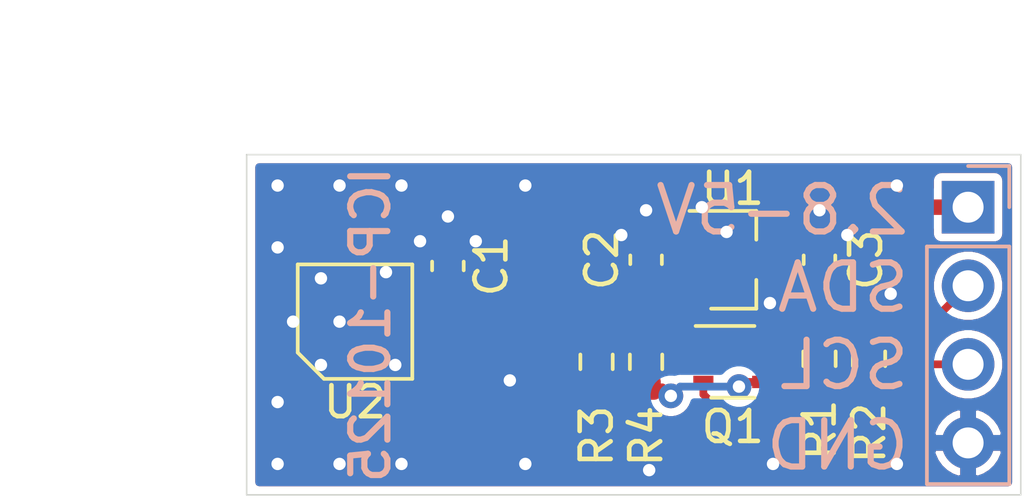
<source format=kicad_pcb>
(kicad_pcb (version 20171130) (host pcbnew "(5.1.10)-1")

  (general
    (thickness 1.6)
    (drawings 11)
    (tracks 105)
    (zones 0)
    (modules 11)
    (nets 8)
  )

  (page A4)
  (title_block
    (title "ICP-10125 breakout board")
    (date 2021-08-18)
    (rev "Rev A")
    (company "Designed by Adrian Studer")
    (comment 1 https://github.com/astuder/icp-101xx)
  )

  (layers
    (0 F.Cu signal)
    (31 B.Cu signal)
    (32 B.Adhes user)
    (33 F.Adhes user)
    (34 B.Paste user)
    (35 F.Paste user)
    (36 B.SilkS user)
    (37 F.SilkS user)
    (38 B.Mask user)
    (39 F.Mask user)
    (40 Dwgs.User user)
    (41 Cmts.User user)
    (42 Eco1.User user)
    (43 Eco2.User user)
    (44 Edge.Cuts user)
    (45 Margin user)
    (46 B.CrtYd user)
    (47 F.CrtYd user)
    (48 B.Fab user)
    (49 F.Fab user)
  )

  (setup
    (last_trace_width 0.25)
    (user_trace_width 0.5)
    (trace_clearance 0.2)
    (zone_clearance 0.254)
    (zone_45_only no)
    (trace_min 0.2)
    (via_size 0.8)
    (via_drill 0.4)
    (via_min_size 0.4)
    (via_min_drill 0.3)
    (uvia_size 0.3)
    (uvia_drill 0.1)
    (uvias_allowed no)
    (uvia_min_size 0.2)
    (uvia_min_drill 0.1)
    (edge_width 0.05)
    (segment_width 0.2)
    (pcb_text_width 0.3)
    (pcb_text_size 1.5 1.5)
    (mod_edge_width 0.12)
    (mod_text_size 1 1)
    (mod_text_width 0.15)
    (pad_size 1.524 1.524)
    (pad_drill 0.762)
    (pad_to_mask_clearance 0)
    (aux_axis_origin 0 0)
    (visible_elements 7FFDFFFF)
    (pcbplotparams
      (layerselection 0x010fc_ffffffff)
      (usegerberextensions false)
      (usegerberattributes true)
      (usegerberadvancedattributes true)
      (creategerberjobfile true)
      (excludeedgelayer true)
      (linewidth 0.100000)
      (plotframeref false)
      (viasonmask false)
      (mode 1)
      (useauxorigin false)
      (hpglpennumber 1)
      (hpglpenspeed 20)
      (hpglpendiameter 15.000000)
      (psnegative false)
      (psa4output false)
      (plotreference true)
      (plotvalue true)
      (plotinvisibletext false)
      (padsonsilk false)
      (subtractmaskfromsilk false)
      (outputformat 1)
      (mirror false)
      (drillshape 1)
      (scaleselection 1)
      (outputdirectory ""))
  )

  (net 0 "")
  (net 1 GND)
  (net 2 /VDD18)
  (net 3 VCC)
  (net 4 /SCL)
  (net 5 /SDA)
  (net 6 /SCL18)
  (net 7 /SDA18)

  (net_class Default "This is the default net class."
    (clearance 0.2)
    (trace_width 0.25)
    (via_dia 0.8)
    (via_drill 0.4)
    (uvia_dia 0.3)
    (uvia_drill 0.1)
    (add_net /SCL)
    (add_net /SCL18)
    (add_net /SDA)
    (add_net /SDA18)
    (add_net /VDD18)
    (add_net GND)
    (add_net VCC)
  )

  (module ICP-10125:ICP-10125 (layer F.Cu) (tedit 6101A92F) (tstamp 610212C0)
    (at 101.5 75.4 90)
    (path /6101CB14)
    (fp_text reference U2 (at -2.6 0 180) (layer F.SilkS)
      (effects (font (size 1 1) (thickness 0.15)))
    )
    (fp_text value ICP-10125 (at 0 -2.7 90) (layer F.Fab)
      (effects (font (size 1 1) (thickness 0.15)))
    )
    (fp_line (start -1 -1.85) (end 1.85 -1.85) (layer F.SilkS) (width 0.12))
    (fp_line (start 1.85 -1.85) (end 1.85 1.85) (layer F.SilkS) (width 0.12))
    (fp_line (start 1.85 1.85) (end -1.85 1.85) (layer F.SilkS) (width 0.12))
    (fp_line (start -1.85 -1) (end -1.85 1.85) (layer F.SilkS) (width 0.12))
    (fp_line (start -1 -1.85) (end -1.85 -1) (layer F.SilkS) (width 0.12))
    (fp_line (start -1 -1.85) (end 1.85 -1.85) (layer F.Fab) (width 0.1))
    (fp_line (start 1.85 -1.85) (end 1.85 1.85) (layer F.Fab) (width 0.1))
    (fp_line (start 1.85 1.85) (end -1.85 1.85) (layer F.Fab) (width 0.1))
    (fp_line (start -1.85 1.85) (end -1.85 -1) (layer F.Fab) (width 0.1))
    (fp_line (start -1 -1.85) (end -1.85 -1) (layer F.Fab) (width 0.1))
    (fp_line (start -2.1 -2.1) (end 2.1 -2.1) (layer F.CrtYd) (width 0.05))
    (fp_line (start 2.1 -2.1) (end 2.1 2.1) (layer F.CrtYd) (width 0.05))
    (fp_line (start 2.1 2.1) (end -2.1 2.1) (layer F.CrtYd) (width 0.05))
    (fp_line (start -2.1 2.1) (end -2.1 -2.1) (layer F.CrtYd) (width 0.05))
    (fp_text user %R (at 0 0 90) (layer F.Fab)
      (effects (font (size 0.8 0.8) (thickness 0.12)))
    )
    (pad 10 smd roundrect (at -0.7 -1.225 180) (size 0.75 0.45) (layers F.Cu F.Paste F.Mask) (roundrect_rratio 0.25)
      (net 1 GND))
    (pad 9 smd roundrect (at 0 -1.225 180) (size 0.75 0.45) (layers F.Cu F.Paste F.Mask) (roundrect_rratio 0.25)
      (net 1 GND))
    (pad 8 smd roundrect (at 0.7 -1.225 180) (size 0.75 0.45) (layers F.Cu F.Paste F.Mask) (roundrect_rratio 0.25)
      (net 1 GND))
    (pad 7 smd roundrect (at 1.225 -0.35 270) (size 0.75 0.45) (layers F.Cu F.Paste F.Mask) (roundrect_rratio 0.25)
      (net 1 GND))
    (pad 6 smd roundrect (at 1.225 0.35 270) (size 0.75 0.45) (layers F.Cu F.Paste F.Mask) (roundrect_rratio 0.25)
      (net 1 GND))
    (pad 5 smd roundrect (at 0.7 1.225 180) (size 0.75 0.45) (layers F.Cu F.Paste F.Mask) (roundrect_rratio 0.25)
      (net 2 /VDD18))
    (pad 4 smd roundrect (at 0 1.225 180) (size 0.75 0.45) (layers F.Cu F.Paste F.Mask) (roundrect_rratio 0.25)
      (net 7 /SDA18))
    (pad 3 smd roundrect (at -0.7 1.225 180) (size 0.75 0.45) (layers F.Cu F.Paste F.Mask) (roundrect_rratio 0.25)
      (net 1 GND))
    (pad 2 smd roundrect (at -1.225 0.35 90) (size 0.75 0.45) (layers F.Cu F.Paste F.Mask) (roundrect_rratio 0.25)
      (net 6 /SCL18))
    (pad 1 smd roundrect (at -1.225 -0.35 90) (size 0.75 0.45) (layers F.Cu F.Paste F.Mask) (roundrect_rratio 0.25)
      (net 1 GND))
  )

  (module Package_TO_SOT_SMD:SOT-23 (layer F.Cu) (tedit 5A02FF57) (tstamp 61020232)
    (at 113.7 73.4)
    (descr "SOT-23, Standard")
    (tags SOT-23)
    (path /610211F6)
    (attr smd)
    (fp_text reference U1 (at 0 -2.3) (layer F.SilkS)
      (effects (font (size 1 1) (thickness 0.15)))
    )
    (fp_text value AP7313R (at 0 2.5) (layer F.Fab)
      (effects (font (size 1 1) (thickness 0.15)))
    )
    (fp_line (start -0.7 -0.95) (end -0.7 1.5) (layer F.Fab) (width 0.1))
    (fp_line (start -0.15 -1.52) (end 0.7 -1.52) (layer F.Fab) (width 0.1))
    (fp_line (start -0.7 -0.95) (end -0.15 -1.52) (layer F.Fab) (width 0.1))
    (fp_line (start 0.7 -1.52) (end 0.7 1.52) (layer F.Fab) (width 0.1))
    (fp_line (start -0.7 1.52) (end 0.7 1.52) (layer F.Fab) (width 0.1))
    (fp_line (start 0.76 1.58) (end 0.76 0.65) (layer F.SilkS) (width 0.12))
    (fp_line (start 0.76 -1.58) (end 0.76 -0.65) (layer F.SilkS) (width 0.12))
    (fp_line (start -1.7 -1.75) (end 1.7 -1.75) (layer F.CrtYd) (width 0.05))
    (fp_line (start 1.7 -1.75) (end 1.7 1.75) (layer F.CrtYd) (width 0.05))
    (fp_line (start 1.7 1.75) (end -1.7 1.75) (layer F.CrtYd) (width 0.05))
    (fp_line (start -1.7 1.75) (end -1.7 -1.75) (layer F.CrtYd) (width 0.05))
    (fp_line (start 0.76 -1.58) (end -1.4 -1.58) (layer F.SilkS) (width 0.12))
    (fp_line (start 0.76 1.58) (end -0.7 1.58) (layer F.SilkS) (width 0.12))
    (fp_text user %R (at 0 0 90) (layer F.Fab)
      (effects (font (size 0.5 0.5) (thickness 0.075)))
    )
    (pad 3 smd rect (at 1 0) (size 0.9 0.8) (layers F.Cu F.Paste F.Mask)
      (net 3 VCC))
    (pad 2 smd rect (at -1 0.95) (size 0.9 0.8) (layers F.Cu F.Paste F.Mask)
      (net 2 /VDD18))
    (pad 1 smd rect (at -1 -0.95) (size 0.9 0.8) (layers F.Cu F.Paste F.Mask)
      (net 1 GND))
    (model ${KISYS3DMOD}/Package_TO_SOT_SMD.3dshapes/SOT-23.wrl
      (at (xyz 0 0 0))
      (scale (xyz 1 1 1))
      (rotate (xyz 0 0 0))
    )
  )

  (module Resistor_SMD:R_0603_1608Metric (layer F.Cu) (tedit 5F68FEEE) (tstamp 61020A64)
    (at 110.9 76.7 270)
    (descr "Resistor SMD 0603 (1608 Metric), square (rectangular) end terminal, IPC_7351 nominal, (Body size source: IPC-SM-782 page 72, https://www.pcb-3d.com/wordpress/wp-content/uploads/ipc-sm-782a_amendment_1_and_2.pdf), generated with kicad-footprint-generator")
    (tags resistor)
    (path /61024F43)
    (attr smd)
    (fp_text reference R4 (at 2.4 0 90) (layer F.SilkS)
      (effects (font (size 1 1) (thickness 0.15)))
    )
    (fp_text value 10K (at 0 1.43 90) (layer F.Fab)
      (effects (font (size 1 1) (thickness 0.15)))
    )
    (fp_line (start -0.8 0.4125) (end -0.8 -0.4125) (layer F.Fab) (width 0.1))
    (fp_line (start -0.8 -0.4125) (end 0.8 -0.4125) (layer F.Fab) (width 0.1))
    (fp_line (start 0.8 -0.4125) (end 0.8 0.4125) (layer F.Fab) (width 0.1))
    (fp_line (start 0.8 0.4125) (end -0.8 0.4125) (layer F.Fab) (width 0.1))
    (fp_line (start -0.237258 -0.5225) (end 0.237258 -0.5225) (layer F.SilkS) (width 0.12))
    (fp_line (start -0.237258 0.5225) (end 0.237258 0.5225) (layer F.SilkS) (width 0.12))
    (fp_line (start -1.48 0.73) (end -1.48 -0.73) (layer F.CrtYd) (width 0.05))
    (fp_line (start -1.48 -0.73) (end 1.48 -0.73) (layer F.CrtYd) (width 0.05))
    (fp_line (start 1.48 -0.73) (end 1.48 0.73) (layer F.CrtYd) (width 0.05))
    (fp_line (start 1.48 0.73) (end -1.48 0.73) (layer F.CrtYd) (width 0.05))
    (fp_text user %R (at 0 0 90) (layer F.Fab)
      (effects (font (size 0.4 0.4) (thickness 0.06)))
    )
    (pad 2 smd roundrect (at 0.825 0 270) (size 0.8 0.95) (layers F.Cu F.Paste F.Mask) (roundrect_rratio 0.25)
      (net 6 /SCL18))
    (pad 1 smd roundrect (at -0.825 0 270) (size 0.8 0.95) (layers F.Cu F.Paste F.Mask) (roundrect_rratio 0.25)
      (net 2 /VDD18))
    (model ${KISYS3DMOD}/Resistor_SMD.3dshapes/R_0603_1608Metric.wrl
      (at (xyz 0 0 0))
      (scale (xyz 1 1 1))
      (rotate (xyz 0 0 0))
    )
  )

  (module Resistor_SMD:R_0603_1608Metric (layer F.Cu) (tedit 5F68FEEE) (tstamp 6102020C)
    (at 109.3 76.7 270)
    (descr "Resistor SMD 0603 (1608 Metric), square (rectangular) end terminal, IPC_7351 nominal, (Body size source: IPC-SM-782 page 72, https://www.pcb-3d.com/wordpress/wp-content/uploads/ipc-sm-782a_amendment_1_and_2.pdf), generated with kicad-footprint-generator")
    (tags resistor)
    (path /61024820)
    (attr smd)
    (fp_text reference R3 (at 2.4 0 90) (layer F.SilkS)
      (effects (font (size 1 1) (thickness 0.15)))
    )
    (fp_text value 10K (at 0 1.43 90) (layer F.Fab)
      (effects (font (size 1 1) (thickness 0.15)))
    )
    (fp_line (start -0.8 0.4125) (end -0.8 -0.4125) (layer F.Fab) (width 0.1))
    (fp_line (start -0.8 -0.4125) (end 0.8 -0.4125) (layer F.Fab) (width 0.1))
    (fp_line (start 0.8 -0.4125) (end 0.8 0.4125) (layer F.Fab) (width 0.1))
    (fp_line (start 0.8 0.4125) (end -0.8 0.4125) (layer F.Fab) (width 0.1))
    (fp_line (start -0.237258 -0.5225) (end 0.237258 -0.5225) (layer F.SilkS) (width 0.12))
    (fp_line (start -0.237258 0.5225) (end 0.237258 0.5225) (layer F.SilkS) (width 0.12))
    (fp_line (start -1.48 0.73) (end -1.48 -0.73) (layer F.CrtYd) (width 0.05))
    (fp_line (start -1.48 -0.73) (end 1.48 -0.73) (layer F.CrtYd) (width 0.05))
    (fp_line (start 1.48 -0.73) (end 1.48 0.73) (layer F.CrtYd) (width 0.05))
    (fp_line (start 1.48 0.73) (end -1.48 0.73) (layer F.CrtYd) (width 0.05))
    (fp_text user %R (at 0 0 90) (layer F.Fab)
      (effects (font (size 0.4 0.4) (thickness 0.06)))
    )
    (pad 2 smd roundrect (at 0.825 0 270) (size 0.8 0.95) (layers F.Cu F.Paste F.Mask) (roundrect_rratio 0.25)
      (net 7 /SDA18))
    (pad 1 smd roundrect (at -0.825 0 270) (size 0.8 0.95) (layers F.Cu F.Paste F.Mask) (roundrect_rratio 0.25)
      (net 2 /VDD18))
    (model ${KISYS3DMOD}/Resistor_SMD.3dshapes/R_0603_1608Metric.wrl
      (at (xyz 0 0 0))
      (scale (xyz 1 1 1))
      (rotate (xyz 0 0 0))
    )
  )

  (module Resistor_SMD:R_0603_1608Metric (layer F.Cu) (tedit 5F68FEEE) (tstamp 610201FB)
    (at 118.1 76.6 270)
    (descr "Resistor SMD 0603 (1608 Metric), square (rectangular) end terminal, IPC_7351 nominal, (Body size source: IPC-SM-782 page 72, https://www.pcb-3d.com/wordpress/wp-content/uploads/ipc-sm-782a_amendment_1_and_2.pdf), generated with kicad-footprint-generator")
    (tags resistor)
    (path /610245BD)
    (attr smd)
    (fp_text reference R2 (at 2.4 0 90) (layer F.SilkS)
      (effects (font (size 1 1) (thickness 0.15)))
    )
    (fp_text value 10K (at 0 1.43 90) (layer F.Fab)
      (effects (font (size 1 1) (thickness 0.15)))
    )
    (fp_line (start -0.8 0.4125) (end -0.8 -0.4125) (layer F.Fab) (width 0.1))
    (fp_line (start -0.8 -0.4125) (end 0.8 -0.4125) (layer F.Fab) (width 0.1))
    (fp_line (start 0.8 -0.4125) (end 0.8 0.4125) (layer F.Fab) (width 0.1))
    (fp_line (start 0.8 0.4125) (end -0.8 0.4125) (layer F.Fab) (width 0.1))
    (fp_line (start -0.237258 -0.5225) (end 0.237258 -0.5225) (layer F.SilkS) (width 0.12))
    (fp_line (start -0.237258 0.5225) (end 0.237258 0.5225) (layer F.SilkS) (width 0.12))
    (fp_line (start -1.48 0.73) (end -1.48 -0.73) (layer F.CrtYd) (width 0.05))
    (fp_line (start -1.48 -0.73) (end 1.48 -0.73) (layer F.CrtYd) (width 0.05))
    (fp_line (start 1.48 -0.73) (end 1.48 0.73) (layer F.CrtYd) (width 0.05))
    (fp_line (start 1.48 0.73) (end -1.48 0.73) (layer F.CrtYd) (width 0.05))
    (fp_text user %R (at 0 0 90) (layer F.Fab)
      (effects (font (size 0.4 0.4) (thickness 0.06)))
    )
    (pad 2 smd roundrect (at 0.825 0 270) (size 0.8 0.95) (layers F.Cu F.Paste F.Mask) (roundrect_rratio 0.25)
      (net 4 /SCL))
    (pad 1 smd roundrect (at -0.825 0 270) (size 0.8 0.95) (layers F.Cu F.Paste F.Mask) (roundrect_rratio 0.25)
      (net 3 VCC))
    (model ${KISYS3DMOD}/Resistor_SMD.3dshapes/R_0603_1608Metric.wrl
      (at (xyz 0 0 0))
      (scale (xyz 1 1 1))
      (rotate (xyz 0 0 0))
    )
  )

  (module Resistor_SMD:R_0603_1608Metric (layer F.Cu) (tedit 5F68FEEE) (tstamp 610201EA)
    (at 116.5 76.6 270)
    (descr "Resistor SMD 0603 (1608 Metric), square (rectangular) end terminal, IPC_7351 nominal, (Body size source: IPC-SM-782 page 72, https://www.pcb-3d.com/wordpress/wp-content/uploads/ipc-sm-782a_amendment_1_and_2.pdf), generated with kicad-footprint-generator")
    (tags resistor)
    (path /610241A3)
    (attr smd)
    (fp_text reference R1 (at 2.3 0 90) (layer F.SilkS)
      (effects (font (size 1 1) (thickness 0.15)))
    )
    (fp_text value 10K (at 0 1.43 90) (layer F.Fab)
      (effects (font (size 1 1) (thickness 0.15)))
    )
    (fp_line (start -0.8 0.4125) (end -0.8 -0.4125) (layer F.Fab) (width 0.1))
    (fp_line (start -0.8 -0.4125) (end 0.8 -0.4125) (layer F.Fab) (width 0.1))
    (fp_line (start 0.8 -0.4125) (end 0.8 0.4125) (layer F.Fab) (width 0.1))
    (fp_line (start 0.8 0.4125) (end -0.8 0.4125) (layer F.Fab) (width 0.1))
    (fp_line (start -0.237258 -0.5225) (end 0.237258 -0.5225) (layer F.SilkS) (width 0.12))
    (fp_line (start -0.237258 0.5225) (end 0.237258 0.5225) (layer F.SilkS) (width 0.12))
    (fp_line (start -1.48 0.73) (end -1.48 -0.73) (layer F.CrtYd) (width 0.05))
    (fp_line (start -1.48 -0.73) (end 1.48 -0.73) (layer F.CrtYd) (width 0.05))
    (fp_line (start 1.48 -0.73) (end 1.48 0.73) (layer F.CrtYd) (width 0.05))
    (fp_line (start 1.48 0.73) (end -1.48 0.73) (layer F.CrtYd) (width 0.05))
    (fp_text user %R (at 0 0 90) (layer F.Fab)
      (effects (font (size 0.4 0.4) (thickness 0.06)))
    )
    (pad 2 smd roundrect (at 0.825 0 270) (size 0.8 0.95) (layers F.Cu F.Paste F.Mask) (roundrect_rratio 0.25)
      (net 5 /SDA))
    (pad 1 smd roundrect (at -0.825 0 270) (size 0.8 0.95) (layers F.Cu F.Paste F.Mask) (roundrect_rratio 0.25)
      (net 3 VCC))
    (model ${KISYS3DMOD}/Resistor_SMD.3dshapes/R_0603_1608Metric.wrl
      (at (xyz 0 0 0))
      (scale (xyz 1 1 1))
      (rotate (xyz 0 0 0))
    )
  )

  (module Package_TO_SOT_SMD:SOT-363_SC-70-6 (layer F.Cu) (tedit 5A02FF57) (tstamp 610201D9)
    (at 113.7 76.7)
    (descr "SOT-363, SC-70-6")
    (tags "SOT-363 SC-70-6")
    (path /61021BAE)
    (attr smd)
    (fp_text reference Q1 (at 0 2.1) (layer F.SilkS)
      (effects (font (size 1 1) (thickness 0.15)))
    )
    (fp_text value UM6K34NTCN (at 0 2 180) (layer F.Fab)
      (effects (font (size 1 1) (thickness 0.15)))
    )
    (fp_line (start 0.7 -1.16) (end -1.2 -1.16) (layer F.SilkS) (width 0.12))
    (fp_line (start -0.7 1.16) (end 0.7 1.16) (layer F.SilkS) (width 0.12))
    (fp_line (start 1.6 1.4) (end 1.6 -1.4) (layer F.CrtYd) (width 0.05))
    (fp_line (start -1.6 -1.4) (end -1.6 1.4) (layer F.CrtYd) (width 0.05))
    (fp_line (start -1.6 -1.4) (end 1.6 -1.4) (layer F.CrtYd) (width 0.05))
    (fp_line (start 0.675 -1.1) (end -0.175 -1.1) (layer F.Fab) (width 0.1))
    (fp_line (start -0.675 -0.6) (end -0.675 1.1) (layer F.Fab) (width 0.1))
    (fp_line (start -1.6 1.4) (end 1.6 1.4) (layer F.CrtYd) (width 0.05))
    (fp_line (start 0.675 -1.1) (end 0.675 1.1) (layer F.Fab) (width 0.1))
    (fp_line (start 0.675 1.1) (end -0.675 1.1) (layer F.Fab) (width 0.1))
    (fp_line (start -0.175 -1.1) (end -0.675 -0.6) (layer F.Fab) (width 0.1))
    (fp_text user %R (at 0 0 90) (layer F.Fab)
      (effects (font (size 0.5 0.5) (thickness 0.075)))
    )
    (pad 6 smd rect (at 0.95 -0.65) (size 0.65 0.4) (layers F.Cu F.Paste F.Mask)
      (net 5 /SDA))
    (pad 4 smd rect (at 0.95 0.65) (size 0.65 0.4) (layers F.Cu F.Paste F.Mask)
      (net 6 /SCL18))
    (pad 2 smd rect (at -0.95 0) (size 0.65 0.4) (layers F.Cu F.Paste F.Mask)
      (net 2 /VDD18))
    (pad 5 smd rect (at 0.95 0) (size 0.65 0.4) (layers F.Cu F.Paste F.Mask)
      (net 2 /VDD18))
    (pad 3 smd rect (at -0.95 0.65) (size 0.65 0.4) (layers F.Cu F.Paste F.Mask)
      (net 4 /SCL))
    (pad 1 smd rect (at -0.95 -0.65) (size 0.65 0.4) (layers F.Cu F.Paste F.Mask)
      (net 7 /SDA18))
    (model ${KISYS3DMOD}/Package_TO_SOT_SMD.3dshapes/SOT-363_SC-70-6.wrl
      (at (xyz 0 0 0))
      (scale (xyz 1 1 1))
      (rotate (xyz 0 0 0))
    )
  )

  (module Connector_PinHeader_2.54mm:PinHeader_1x04_P2.54mm_Vertical (layer B.Cu) (tedit 59FED5CC) (tstamp 610201C3)
    (at 121.3 71.7 180)
    (descr "Through hole straight pin header, 1x04, 2.54mm pitch, single row")
    (tags "Through hole pin header THT 1x04 2.54mm single row")
    (path /61044E00)
    (fp_text reference J1 (at 0 2.33) (layer B.SilkS) hide
      (effects (font (size 1 1) (thickness 0.15)) (justify mirror))
    )
    (fp_text value Conn_01x04 (at 0 -9.95) (layer B.Fab)
      (effects (font (size 1 1) (thickness 0.15)) (justify mirror))
    )
    (fp_line (start -0.635 1.27) (end 1.27 1.27) (layer B.Fab) (width 0.1))
    (fp_line (start 1.27 1.27) (end 1.27 -8.89) (layer B.Fab) (width 0.1))
    (fp_line (start 1.27 -8.89) (end -1.27 -8.89) (layer B.Fab) (width 0.1))
    (fp_line (start -1.27 -8.89) (end -1.27 0.635) (layer B.Fab) (width 0.1))
    (fp_line (start -1.27 0.635) (end -0.635 1.27) (layer B.Fab) (width 0.1))
    (fp_line (start -1.33 -8.95) (end 1.33 -8.95) (layer B.SilkS) (width 0.12))
    (fp_line (start -1.33 -1.27) (end -1.33 -8.95) (layer B.SilkS) (width 0.12))
    (fp_line (start 1.33 -1.27) (end 1.33 -8.95) (layer B.SilkS) (width 0.12))
    (fp_line (start -1.33 -1.27) (end 1.33 -1.27) (layer B.SilkS) (width 0.12))
    (fp_line (start -1.33 0) (end -1.33 1.33) (layer B.SilkS) (width 0.12))
    (fp_line (start -1.33 1.33) (end 0 1.33) (layer B.SilkS) (width 0.12))
    (fp_line (start -1.8 1.8) (end -1.8 -9.4) (layer B.CrtYd) (width 0.05))
    (fp_line (start -1.8 -9.4) (end 1.8 -9.4) (layer B.CrtYd) (width 0.05))
    (fp_line (start 1.8 -9.4) (end 1.8 1.8) (layer B.CrtYd) (width 0.05))
    (fp_line (start 1.8 1.8) (end -1.8 1.8) (layer B.CrtYd) (width 0.05))
    (fp_text user %R (at 0 -3.81 270) (layer B.Fab)
      (effects (font (size 1 1) (thickness 0.15)) (justify mirror))
    )
    (pad 4 thru_hole oval (at 0 -7.62 180) (size 1.7 1.7) (drill 1) (layers *.Cu *.Mask)
      (net 1 GND))
    (pad 3 thru_hole oval (at 0 -5.08 180) (size 1.7 1.7) (drill 1) (layers *.Cu *.Mask)
      (net 4 /SCL))
    (pad 2 thru_hole oval (at 0 -2.54 180) (size 1.7 1.7) (drill 1) (layers *.Cu *.Mask)
      (net 5 /SDA))
    (pad 1 thru_hole rect (at 0 0 180) (size 1.7 1.7) (drill 1) (layers *.Cu *.Mask)
      (net 3 VCC))
    (model ${KISYS3DMOD}/Connector_PinHeader_2.54mm.3dshapes/PinHeader_1x04_P2.54mm_Vertical.wrl
      (at (xyz 0 0 0))
      (scale (xyz 1 1 1))
      (rotate (xyz 0 0 0))
    )
  )

  (module Capacitor_SMD:C_0603_1608Metric (layer F.Cu) (tedit 5F68FEEE) (tstamp 610201AB)
    (at 116.5 73.4 90)
    (descr "Capacitor SMD 0603 (1608 Metric), square (rectangular) end terminal, IPC_7351 nominal, (Body size source: IPC-SM-782 page 76, https://www.pcb-3d.com/wordpress/wp-content/uploads/ipc-sm-782a_amendment_1_and_2.pdf), generated with kicad-footprint-generator")
    (tags capacitor)
    (path /61023DA3)
    (attr smd)
    (fp_text reference C3 (at 0 1.5 90) (layer F.SilkS)
      (effects (font (size 1 1) (thickness 0.15)))
    )
    (fp_text value 1uF (at 0 1.43 90) (layer F.Fab)
      (effects (font (size 1 1) (thickness 0.15)))
    )
    (fp_line (start -0.8 0.4) (end -0.8 -0.4) (layer F.Fab) (width 0.1))
    (fp_line (start -0.8 -0.4) (end 0.8 -0.4) (layer F.Fab) (width 0.1))
    (fp_line (start 0.8 -0.4) (end 0.8 0.4) (layer F.Fab) (width 0.1))
    (fp_line (start 0.8 0.4) (end -0.8 0.4) (layer F.Fab) (width 0.1))
    (fp_line (start -0.14058 -0.51) (end 0.14058 -0.51) (layer F.SilkS) (width 0.12))
    (fp_line (start -0.14058 0.51) (end 0.14058 0.51) (layer F.SilkS) (width 0.12))
    (fp_line (start -1.48 0.73) (end -1.48 -0.73) (layer F.CrtYd) (width 0.05))
    (fp_line (start -1.48 -0.73) (end 1.48 -0.73) (layer F.CrtYd) (width 0.05))
    (fp_line (start 1.48 -0.73) (end 1.48 0.73) (layer F.CrtYd) (width 0.05))
    (fp_line (start 1.48 0.73) (end -1.48 0.73) (layer F.CrtYd) (width 0.05))
    (fp_text user %R (at 0 0 90) (layer F.Fab)
      (effects (font (size 0.4 0.4) (thickness 0.06)))
    )
    (pad 2 smd roundrect (at 0.775 0 90) (size 0.9 0.95) (layers F.Cu F.Paste F.Mask) (roundrect_rratio 0.25)
      (net 1 GND))
    (pad 1 smd roundrect (at -0.775 0 90) (size 0.9 0.95) (layers F.Cu F.Paste F.Mask) (roundrect_rratio 0.25)
      (net 3 VCC))
    (model ${KISYS3DMOD}/Capacitor_SMD.3dshapes/C_0603_1608Metric.wrl
      (at (xyz 0 0 0))
      (scale (xyz 1 1 1))
      (rotate (xyz 0 0 0))
    )
  )

  (module Capacitor_SMD:C_0603_1608Metric (layer F.Cu) (tedit 5F68FEEE) (tstamp 6102019A)
    (at 110.9 73.4 90)
    (descr "Capacitor SMD 0603 (1608 Metric), square (rectangular) end terminal, IPC_7351 nominal, (Body size source: IPC-SM-782 page 76, https://www.pcb-3d.com/wordpress/wp-content/uploads/ipc-sm-782a_amendment_1_and_2.pdf), generated with kicad-footprint-generator")
    (tags capacitor)
    (path /61023B83)
    (attr smd)
    (fp_text reference C2 (at 0 -1.43 90) (layer F.SilkS)
      (effects (font (size 1 1) (thickness 0.15)))
    )
    (fp_text value 1uF (at 0 1.43 90) (layer F.Fab)
      (effects (font (size 1 1) (thickness 0.15)))
    )
    (fp_line (start -0.8 0.4) (end -0.8 -0.4) (layer F.Fab) (width 0.1))
    (fp_line (start -0.8 -0.4) (end 0.8 -0.4) (layer F.Fab) (width 0.1))
    (fp_line (start 0.8 -0.4) (end 0.8 0.4) (layer F.Fab) (width 0.1))
    (fp_line (start 0.8 0.4) (end -0.8 0.4) (layer F.Fab) (width 0.1))
    (fp_line (start -0.14058 -0.51) (end 0.14058 -0.51) (layer F.SilkS) (width 0.12))
    (fp_line (start -0.14058 0.51) (end 0.14058 0.51) (layer F.SilkS) (width 0.12))
    (fp_line (start -1.48 0.73) (end -1.48 -0.73) (layer F.CrtYd) (width 0.05))
    (fp_line (start -1.48 -0.73) (end 1.48 -0.73) (layer F.CrtYd) (width 0.05))
    (fp_line (start 1.48 -0.73) (end 1.48 0.73) (layer F.CrtYd) (width 0.05))
    (fp_line (start 1.48 0.73) (end -1.48 0.73) (layer F.CrtYd) (width 0.05))
    (fp_text user %R (at 0 0 90) (layer F.Fab)
      (effects (font (size 0.4 0.4) (thickness 0.06)))
    )
    (pad 2 smd roundrect (at 0.775 0 90) (size 0.9 0.95) (layers F.Cu F.Paste F.Mask) (roundrect_rratio 0.25)
      (net 1 GND))
    (pad 1 smd roundrect (at -0.775 0 90) (size 0.9 0.95) (layers F.Cu F.Paste F.Mask) (roundrect_rratio 0.25)
      (net 2 /VDD18))
    (model ${KISYS3DMOD}/Capacitor_SMD.3dshapes/C_0603_1608Metric.wrl
      (at (xyz 0 0 0))
      (scale (xyz 1 1 1))
      (rotate (xyz 0 0 0))
    )
  )

  (module Capacitor_SMD:C_0603_1608Metric (layer F.Cu) (tedit 5F68FEEE) (tstamp 61020189)
    (at 104.5 73.6 90)
    (descr "Capacitor SMD 0603 (1608 Metric), square (rectangular) end terminal, IPC_7351 nominal, (Body size source: IPC-SM-782 page 76, https://www.pcb-3d.com/wordpress/wp-content/uploads/ipc-sm-782a_amendment_1_and_2.pdf), generated with kicad-footprint-generator")
    (tags capacitor)
    (path /610231B2)
    (attr smd)
    (fp_text reference C1 (at 0 1.4 90) (layer F.SilkS)
      (effects (font (size 1 1) (thickness 0.15)))
    )
    (fp_text value 100nF (at 0 1.43 90) (layer F.Fab)
      (effects (font (size 1 1) (thickness 0.15)))
    )
    (fp_line (start -0.8 0.4) (end -0.8 -0.4) (layer F.Fab) (width 0.1))
    (fp_line (start -0.8 -0.4) (end 0.8 -0.4) (layer F.Fab) (width 0.1))
    (fp_line (start 0.8 -0.4) (end 0.8 0.4) (layer F.Fab) (width 0.1))
    (fp_line (start 0.8 0.4) (end -0.8 0.4) (layer F.Fab) (width 0.1))
    (fp_line (start -0.14058 -0.51) (end 0.14058 -0.51) (layer F.SilkS) (width 0.12))
    (fp_line (start -0.14058 0.51) (end 0.14058 0.51) (layer F.SilkS) (width 0.12))
    (fp_line (start -1.48 0.73) (end -1.48 -0.73) (layer F.CrtYd) (width 0.05))
    (fp_line (start -1.48 -0.73) (end 1.48 -0.73) (layer F.CrtYd) (width 0.05))
    (fp_line (start 1.48 -0.73) (end 1.48 0.73) (layer F.CrtYd) (width 0.05))
    (fp_line (start 1.48 0.73) (end -1.48 0.73) (layer F.CrtYd) (width 0.05))
    (fp_text user %R (at 0 0 90) (layer F.Fab)
      (effects (font (size 0.4 0.4) (thickness 0.06)))
    )
    (pad 2 smd roundrect (at 0.775 0 90) (size 0.9 0.95) (layers F.Cu F.Paste F.Mask) (roundrect_rratio 0.25)
      (net 1 GND))
    (pad 1 smd roundrect (at -0.775 0 90) (size 0.9 0.95) (layers F.Cu F.Paste F.Mask) (roundrect_rratio 0.25)
      (net 2 /VDD18))
    (model ${KISYS3DMOD}/Capacitor_SMD.3dshapes/C_0603_1608Metric.wrl
      (at (xyz 0 0 0))
      (scale (xyz 1 1 1))
      (rotate (xyz 0 0 0))
    )
  )

  (dimension 25 (width 0.15) (layer Dwgs.User)
    (gr_text "25.000 mm" (at 110.5 65.7) (layer Dwgs.User)
      (effects (font (size 1 1) (thickness 0.15)))
    )
    (feature1 (pts (xy 98 69) (xy 98 66.413579)))
    (feature2 (pts (xy 123 69) (xy 123 66.413579)))
    (crossbar (pts (xy 123 67) (xy 98 67)))
    (arrow1a (pts (xy 98 67) (xy 99.126504 66.413579)))
    (arrow1b (pts (xy 98 67) (xy 99.126504 67.586421)))
    (arrow2a (pts (xy 123 67) (xy 121.873496 66.413579)))
    (arrow2b (pts (xy 123 67) (xy 121.873496 67.586421)))
  )
  (dimension 11 (width 0.15) (layer Dwgs.User)
    (gr_text "11.0 mm" (at 93.7 75.5 90) (layer Dwgs.User)
      (effects (font (size 1 1) (thickness 0.15)))
    )
    (feature1 (pts (xy 97 70) (xy 94.413579 70)))
    (feature2 (pts (xy 97 81) (xy 94.413579 81)))
    (crossbar (pts (xy 95 81) (xy 95 70)))
    (arrow1a (pts (xy 95 70) (xy 95.586421 71.126504)))
    (arrow1b (pts (xy 95 70) (xy 94.413579 71.126504)))
    (arrow2a (pts (xy 95 81) (xy 95.586421 79.873496)))
    (arrow2b (pts (xy 95 81) (xy 94.413579 79.873496)))
  )
  (gr_text ICP-10125 (at 102 75.5 90) (layer B.SilkS) (tstamp 61021525)
    (effects (font (size 1.2 1.2) (thickness 0.2)) (justify mirror))
  )
  (gr_text GND (at 119.5 79.4) (layer B.SilkS) (tstamp 61021522)
    (effects (font (size 1.5 1.5) (thickness 0.2)) (justify left mirror))
  )
  (gr_text SCL (at 119.5 76.8) (layer B.SilkS) (tstamp 6102151F)
    (effects (font (size 1.5 1.5) (thickness 0.2)) (justify left mirror))
  )
  (gr_text SDA (at 119.5 74.3) (layer B.SilkS) (tstamp 6102151C)
    (effects (font (size 1.5 1.5) (thickness 0.2)) (justify left mirror))
  )
  (gr_text 2.8-5V (at 119.5 71.8) (layer B.SilkS)
    (effects (font (size 1.5 1.5) (thickness 0.2)) (justify left mirror))
  )
  (gr_line (start 123 81) (end 123 70) (layer Edge.Cuts) (width 0.05) (tstamp 61020F75))
  (gr_line (start 98 81) (end 123 81) (layer Edge.Cuts) (width 0.05))
  (gr_line (start 98 70) (end 98 81) (layer Edge.Cuts) (width 0.05))
  (gr_line (start 123 70) (end 98 70) (layer Edge.Cuts) (width 0.05))

  (via (at 116.5 71.8) (size 0.8) (drill 0.4) (layers F.Cu B.Cu) (net 1))
  (segment (start 116.5 72.625) (end 116.5 71.8) (width 0.5) (layer F.Cu) (net 1))
  (via (at 117.4 72.6) (size 0.8) (drill 0.4) (layers F.Cu B.Cu) (net 1))
  (segment (start 117.375 72.625) (end 117.4 72.6) (width 0.5) (layer F.Cu) (net 1))
  (segment (start 116.5 72.625) (end 117.375 72.625) (width 0.5) (layer F.Cu) (net 1))
  (via (at 112.7 71.7) (size 0.8) (drill 0.4) (layers F.Cu B.Cu) (net 1))
  (segment (start 112.7 72.45) (end 112.7 71.7) (width 0.5) (layer F.Cu) (net 1))
  (via (at 113.5 72.5) (size 0.8) (drill 0.4) (layers F.Cu B.Cu) (net 1))
  (segment (start 113.45 72.45) (end 113.5 72.5) (width 0.5) (layer F.Cu) (net 1))
  (segment (start 112.7 72.45) (end 113.45 72.45) (width 0.5) (layer F.Cu) (net 1))
  (via (at 110.9 71.8) (size 0.8) (drill 0.4) (layers F.Cu B.Cu) (net 1))
  (segment (start 110.9 72.625) (end 110.9 71.8) (width 0.5) (layer F.Cu) (net 1))
  (via (at 110.1 72.6) (size 0.8) (drill 0.4) (layers F.Cu B.Cu) (net 1))
  (segment (start 110.125 72.625) (end 110.1 72.6) (width 0.5) (layer F.Cu) (net 1))
  (segment (start 110.9 72.625) (end 110.125 72.625) (width 0.5) (layer F.Cu) (net 1))
  (via (at 104.5 72) (size 0.8) (drill 0.4) (layers F.Cu B.Cu) (net 1))
  (segment (start 104.5 72.825) (end 104.5 72) (width 0.5) (layer F.Cu) (net 1))
  (via (at 105.4 72.8) (size 0.8) (drill 0.4) (layers F.Cu B.Cu) (net 1))
  (segment (start 105.375 72.825) (end 105.4 72.8) (width 0.5) (layer F.Cu) (net 1))
  (segment (start 104.5 72.825) (end 105.375 72.825) (width 0.5) (layer F.Cu) (net 1))
  (via (at 103.6 72.8) (size 0.8) (drill 0.4) (layers F.Cu B.Cu) (net 1))
  (segment (start 103.625 72.825) (end 103.6 72.8) (width 0.5) (layer F.Cu) (net 1))
  (segment (start 104.5 72.825) (end 103.625 72.825) (width 0.5) (layer F.Cu) (net 1))
  (via (at 101 75.4) (size 0.8) (drill 0.4) (layers F.Cu B.Cu) (net 1))
  (segment (start 100.275 75.4) (end 101 75.4) (width 0.5) (layer F.Cu) (net 1))
  (via (at 99.5 75.4) (size 0.8) (drill 0.4) (layers F.Cu B.Cu) (net 1))
  (segment (start 100.275 75.4) (end 99.5 75.4) (width 0.5) (layer F.Cu) (net 1))
  (via (at 100.4 76.8) (size 0.8) (drill 0.4) (layers F.Cu B.Cu) (net 1))
  (via (at 102.8 76.8) (size 0.8) (drill 0.4) (layers F.Cu B.Cu) (net 1))
  (via (at 102.5 73.8) (size 0.8) (drill 0.4) (layers F.Cu B.Cu) (net 1))
  (via (at 100.4 74) (size 0.8) (drill 0.4) (layers F.Cu B.Cu) (net 1))
  (via (at 114.9 74.8) (size 0.8) (drill 0.4) (layers F.Cu B.Cu) (net 1))
  (via (at 118.8 74.5) (size 0.8) (drill 0.4) (layers F.Cu B.Cu) (net 1))
  (via (at 106.5 77.3) (size 0.8) (drill 0.4) (layers F.Cu B.Cu) (net 1))
  (via (at 99 71) (size 0.8) (drill 0.4) (layers F.Cu B.Cu) (net 1))
  (via (at 99 80) (size 0.8) (drill 0.4) (layers F.Cu B.Cu) (net 1))
  (via (at 99 73) (size 0.8) (drill 0.4) (layers F.Cu B.Cu) (net 1))
  (via (at 99 78) (size 0.8) (drill 0.4) (layers F.Cu B.Cu) (net 1))
  (via (at 101 71) (size 0.8) (drill 0.4) (layers F.Cu B.Cu) (net 1))
  (via (at 103 71) (size 0.8) (drill 0.4) (layers F.Cu B.Cu) (net 1))
  (via (at 101 80) (size 0.8) (drill 0.4) (layers F.Cu B.Cu) (net 1))
  (via (at 103 80) (size 0.8) (drill 0.4) (layers F.Cu B.Cu) (net 1))
  (via (at 107 80) (size 0.8) (drill 0.4) (layers F.Cu B.Cu) (net 1))
  (via (at 107 71) (size 0.8) (drill 0.4) (layers F.Cu B.Cu) (net 1))
  (via (at 111 80.2) (size 0.8) (drill 0.4) (layers F.Cu B.Cu) (net 1))
  (via (at 115 80) (size 0.8) (drill 0.4) (layers F.Cu B.Cu) (net 1))
  (via (at 119 80) (size 0.8) (drill 0.4) (layers F.Cu B.Cu) (net 1))
  (via (at 119 71) (size 0.8) (drill 0.4) (layers F.Cu B.Cu) (net 1))
  (segment (start 110.9 74.175) (end 111.575 74.175) (width 0.5) (layer F.Cu) (net 2))
  (segment (start 111.75 74.35) (end 112.7 74.35) (width 0.5) (layer F.Cu) (net 2))
  (segment (start 111.575 74.175) (end 111.75 74.35) (width 0.5) (layer F.Cu) (net 2))
  (segment (start 110.9 74.175) (end 106.925 74.175) (width 0.5) (layer F.Cu) (net 2))
  (segment (start 106.725 74.375) (end 104.5 74.375) (width 0.5) (layer F.Cu) (net 2))
  (segment (start 106.925 74.175) (end 106.725 74.375) (width 0.5) (layer F.Cu) (net 2))
  (segment (start 102.725 74.7) (end 103.4 74.7) (width 0.5) (layer F.Cu) (net 2))
  (segment (start 103.725 74.375) (end 104.5 74.375) (width 0.5) (layer F.Cu) (net 2))
  (segment (start 103.4 74.7) (end 103.725 74.375) (width 0.5) (layer F.Cu) (net 2))
  (segment (start 109.3 75.875) (end 110.9 75.875) (width 0.25) (layer F.Cu) (net 2))
  (segment (start 110.9 74.175) (end 110.9 75.875) (width 0.25) (layer F.Cu) (net 2))
  (segment (start 113.7 76.7) (end 113.7 75.8) (width 0.25) (layer F.Cu) (net 2))
  (segment (start 112.75 76.7) (end 113.7 76.7) (width 0.25) (layer F.Cu) (net 2))
  (segment (start 113.7 76.7) (end 114.65 76.7) (width 0.25) (layer F.Cu) (net 2))
  (segment (start 113.7 75.8) (end 113.3 75.4) (width 0.25) (layer F.Cu) (net 2))
  (segment (start 113.3 75.4) (end 112.9 75.4) (width 0.25) (layer F.Cu) (net 2))
  (segment (start 112.7 75.2) (end 112.7 74.35) (width 0.25) (layer F.Cu) (net 2))
  (segment (start 112.9 75.4) (end 112.7 75.2) (width 0.25) (layer F.Cu) (net 2))
  (segment (start 115.725 73.4) (end 116.5 74.175) (width 0.5) (layer F.Cu) (net 3))
  (segment (start 114.7 73.4) (end 115.725 73.4) (width 0.5) (layer F.Cu) (net 3))
  (segment (start 116.5 74.175) (end 117.425 74.175) (width 0.5) (layer F.Cu) (net 3))
  (segment (start 119.9 71.7) (end 121.3 71.7) (width 0.5) (layer F.Cu) (net 3))
  (segment (start 117.425 74.175) (end 119.9 71.7) (width 0.5) (layer F.Cu) (net 3))
  (segment (start 116.5 74.175) (end 116.5 75.775) (width 0.25) (layer F.Cu) (net 3))
  (segment (start 116.5 75.775) (end 118.1 75.775) (width 0.25) (layer F.Cu) (net 3))
  (segment (start 118.1 77.425) (end 119.075 77.425) (width 0.25) (layer F.Cu) (net 4))
  (segment (start 119.72 76.78) (end 121.3 76.78) (width 0.25) (layer F.Cu) (net 4))
  (segment (start 119.075 77.425) (end 119.72 76.78) (width 0.25) (layer F.Cu) (net 4))
  (segment (start 112.75 77.35) (end 112.75 77.75) (width 0.25) (layer F.Cu) (net 4))
  (segment (start 112.75 77.75) (end 113.3 78.3) (width 0.25) (layer F.Cu) (net 4))
  (segment (start 117.225 78.3) (end 118.1 77.425) (width 0.25) (layer F.Cu) (net 4))
  (segment (start 113.3 78.3) (end 117.225 78.3) (width 0.25) (layer F.Cu) (net 4))
  (segment (start 115.25 76.05) (end 114.65 76.05) (width 0.25) (layer F.Cu) (net 5))
  (segment (start 115.8 76.6) (end 115.25 76.05) (width 0.25) (layer F.Cu) (net 5))
  (segment (start 121.3 74.24) (end 118.94 76.6) (width 0.25) (layer F.Cu) (net 5))
  (segment (start 116.5 77.425) (end 116.5 76.6) (width 0.25) (layer F.Cu) (net 5))
  (segment (start 116.5 76.6) (end 115.8 76.6) (width 0.25) (layer F.Cu) (net 5))
  (segment (start 118.94 76.6) (end 116.5 76.6) (width 0.25) (layer F.Cu) (net 5))
  (segment (start 101.85 76.625) (end 101.85 77.45) (width 0.25) (layer F.Cu) (net 6))
  (segment (start 101.85 77.45) (end 102.8 78.4) (width 0.25) (layer F.Cu) (net 6))
  (segment (start 110.025 78.4) (end 110.9 77.525) (width 0.25) (layer F.Cu) (net 6))
  (segment (start 102.8 78.4) (end 110.025 78.4) (width 0.25) (layer F.Cu) (net 6))
  (via (at 113.9 77.5) (size 0.8) (drill 0.4) (layers F.Cu B.Cu) (net 6))
  (segment (start 113.9 77.5) (end 112 77.5) (width 0.25) (layer B.Cu) (net 6))
  (segment (start 112 77.5) (end 111.7 77.8) (width 0.25) (layer B.Cu) (net 6))
  (via (at 111.7 77.8) (size 0.8) (drill 0.4) (layers F.Cu B.Cu) (net 6))
  (segment (start 114.65 77.35) (end 114.05 77.35) (width 0.25) (layer F.Cu) (net 6))
  (segment (start 114.05 77.35) (end 113.9 77.5) (width 0.25) (layer F.Cu) (net 6))
  (segment (start 111.425 77.525) (end 111.7 77.8) (width 0.25) (layer F.Cu) (net 6))
  (segment (start 110.9 77.525) (end 111.425 77.525) (width 0.25) (layer F.Cu) (net 6))
  (segment (start 102.725 75.4) (end 106.2 75.4) (width 0.25) (layer F.Cu) (net 7))
  (segment (start 108.325 77.525) (end 109.3 77.525) (width 0.25) (layer F.Cu) (net 7))
  (segment (start 106.2 75.4) (end 108.325 77.525) (width 0.25) (layer F.Cu) (net 7))
  (segment (start 112.75 76.05) (end 112.15 76.05) (width 0.25) (layer F.Cu) (net 7))
  (segment (start 112.15 76.05) (end 111.5 76.7) (width 0.25) (layer F.Cu) (net 7))
  (segment (start 110.125 76.7) (end 109.3 77.525) (width 0.25) (layer F.Cu) (net 7))
  (segment (start 111.5 76.7) (end 110.125 76.7) (width 0.25) (layer F.Cu) (net 7))

  (zone (net 1) (net_name GND) (layer B.Cu) (tstamp 6102124D) (hatch edge 0.508)
    (connect_pads (clearance 0.254))
    (min_thickness 0.254)
    (fill yes (arc_segments 32) (thermal_gap 0.254) (thermal_bridge_width 0.508))
    (polygon
      (pts
        (xy 123 81) (xy 98 81) (xy 98 70) (xy 123 70)
      )
    )
    (filled_polygon
      (pts
        (xy 122.594 80.594) (xy 98.406 80.594) (xy 98.406 79.63698) (xy 120.110511 79.63698) (xy 120.134866 79.717288)
        (xy 120.234761 79.936961) (xy 120.375592 80.132924) (xy 120.551948 80.297647) (xy 120.757051 80.424799) (xy 120.983019 80.509495)
        (xy 121.173 80.449187) (xy 121.173 79.447) (xy 121.427 79.447) (xy 121.427 80.449187) (xy 121.616981 80.509495)
        (xy 121.842949 80.424799) (xy 122.048052 80.297647) (xy 122.224408 80.132924) (xy 122.365239 79.936961) (xy 122.465134 79.717288)
        (xy 122.489489 79.63698) (xy 122.428627 79.447) (xy 121.427 79.447) (xy 121.173 79.447) (xy 120.171373 79.447)
        (xy 120.110511 79.63698) (xy 98.406 79.63698) (xy 98.406 79.00302) (xy 120.110511 79.00302) (xy 120.171373 79.193)
        (xy 121.173 79.193) (xy 121.173 78.190813) (xy 121.427 78.190813) (xy 121.427 79.193) (xy 122.428627 79.193)
        (xy 122.489489 79.00302) (xy 122.465134 78.922712) (xy 122.365239 78.703039) (xy 122.224408 78.507076) (xy 122.048052 78.342353)
        (xy 121.842949 78.215201) (xy 121.616981 78.130505) (xy 121.427 78.190813) (xy 121.173 78.190813) (xy 120.983019 78.130505)
        (xy 120.757051 78.215201) (xy 120.551948 78.342353) (xy 120.375592 78.507076) (xy 120.234761 78.703039) (xy 120.134866 78.922712)
        (xy 120.110511 79.00302) (xy 98.406 79.00302) (xy 98.406 77.723078) (xy 110.919 77.723078) (xy 110.919 77.876922)
        (xy 110.949013 78.027809) (xy 111.007887 78.169942) (xy 111.093358 78.297859) (xy 111.202141 78.406642) (xy 111.330058 78.492113)
        (xy 111.472191 78.550987) (xy 111.623078 78.581) (xy 111.776922 78.581) (xy 111.927809 78.550987) (xy 112.069942 78.492113)
        (xy 112.197859 78.406642) (xy 112.306642 78.297859) (xy 112.392113 78.169942) (xy 112.450987 78.027809) (xy 112.455325 78.006)
        (xy 113.301499 78.006) (xy 113.402141 78.106642) (xy 113.530058 78.192113) (xy 113.672191 78.250987) (xy 113.823078 78.281)
        (xy 113.976922 78.281) (xy 114.127809 78.250987) (xy 114.269942 78.192113) (xy 114.397859 78.106642) (xy 114.506642 77.997859)
        (xy 114.592113 77.869942) (xy 114.650987 77.727809) (xy 114.681 77.576922) (xy 114.681 77.423078) (xy 114.650987 77.272191)
        (xy 114.592113 77.130058) (xy 114.506642 77.002141) (xy 114.397859 76.893358) (xy 114.269942 76.807887) (xy 114.127809 76.749013)
        (xy 113.976922 76.719) (xy 113.823078 76.719) (xy 113.672191 76.749013) (xy 113.530058 76.807887) (xy 113.402141 76.893358)
        (xy 113.301499 76.994) (xy 112.024845 76.994) (xy 111.999999 76.991553) (xy 111.975153 76.994) (xy 111.975146 76.994)
        (xy 111.900807 77.001322) (xy 111.816546 77.026882) (xy 111.776922 77.019) (xy 111.623078 77.019) (xy 111.472191 77.049013)
        (xy 111.330058 77.107887) (xy 111.202141 77.193358) (xy 111.093358 77.302141) (xy 111.007887 77.430058) (xy 110.949013 77.572191)
        (xy 110.919 77.723078) (xy 98.406 77.723078) (xy 98.406 76.658757) (xy 120.069 76.658757) (xy 120.069 76.901243)
        (xy 120.116307 77.139069) (xy 120.209102 77.363097) (xy 120.34382 77.564717) (xy 120.515283 77.73618) (xy 120.716903 77.870898)
        (xy 120.940931 77.963693) (xy 121.178757 78.011) (xy 121.421243 78.011) (xy 121.659069 77.963693) (xy 121.883097 77.870898)
        (xy 122.084717 77.73618) (xy 122.25618 77.564717) (xy 122.390898 77.363097) (xy 122.483693 77.139069) (xy 122.531 76.901243)
        (xy 122.531 76.658757) (xy 122.483693 76.420931) (xy 122.390898 76.196903) (xy 122.25618 75.995283) (xy 122.084717 75.82382)
        (xy 121.883097 75.689102) (xy 121.659069 75.596307) (xy 121.421243 75.549) (xy 121.178757 75.549) (xy 120.940931 75.596307)
        (xy 120.716903 75.689102) (xy 120.515283 75.82382) (xy 120.34382 75.995283) (xy 120.209102 76.196903) (xy 120.116307 76.420931)
        (xy 120.069 76.658757) (xy 98.406 76.658757) (xy 98.406 74.118757) (xy 120.069 74.118757) (xy 120.069 74.361243)
        (xy 120.116307 74.599069) (xy 120.209102 74.823097) (xy 120.34382 75.024717) (xy 120.515283 75.19618) (xy 120.716903 75.330898)
        (xy 120.940931 75.423693) (xy 121.178757 75.471) (xy 121.421243 75.471) (xy 121.659069 75.423693) (xy 121.883097 75.330898)
        (xy 122.084717 75.19618) (xy 122.25618 75.024717) (xy 122.390898 74.823097) (xy 122.483693 74.599069) (xy 122.531 74.361243)
        (xy 122.531 74.118757) (xy 122.483693 73.880931) (xy 122.390898 73.656903) (xy 122.25618 73.455283) (xy 122.084717 73.28382)
        (xy 121.883097 73.149102) (xy 121.659069 73.056307) (xy 121.421243 73.009) (xy 121.178757 73.009) (xy 120.940931 73.056307)
        (xy 120.716903 73.149102) (xy 120.515283 73.28382) (xy 120.34382 73.455283) (xy 120.209102 73.656903) (xy 120.116307 73.880931)
        (xy 120.069 74.118757) (xy 98.406 74.118757) (xy 98.406 70.85) (xy 120.067157 70.85) (xy 120.067157 72.55)
        (xy 120.074513 72.624689) (xy 120.096299 72.696508) (xy 120.131678 72.762696) (xy 120.179289 72.820711) (xy 120.237304 72.868322)
        (xy 120.303492 72.903701) (xy 120.375311 72.925487) (xy 120.45 72.932843) (xy 122.15 72.932843) (xy 122.224689 72.925487)
        (xy 122.296508 72.903701) (xy 122.362696 72.868322) (xy 122.420711 72.820711) (xy 122.468322 72.762696) (xy 122.503701 72.696508)
        (xy 122.525487 72.624689) (xy 122.532843 72.55) (xy 122.532843 70.85) (xy 122.525487 70.775311) (xy 122.503701 70.703492)
        (xy 122.468322 70.637304) (xy 122.420711 70.579289) (xy 122.362696 70.531678) (xy 122.296508 70.496299) (xy 122.224689 70.474513)
        (xy 122.15 70.467157) (xy 120.45 70.467157) (xy 120.375311 70.474513) (xy 120.303492 70.496299) (xy 120.237304 70.531678)
        (xy 120.179289 70.579289) (xy 120.131678 70.637304) (xy 120.096299 70.703492) (xy 120.074513 70.775311) (xy 120.067157 70.85)
        (xy 98.406 70.85) (xy 98.406 70.406) (xy 122.594001 70.406)
      )
    )
  )
  (zone (net 1) (net_name GND) (layer F.Cu) (tstamp 6102124A) (hatch edge 0.508)
    (connect_pads (clearance 0.254))
    (min_thickness 0.254)
    (fill yes (arc_segments 32) (thermal_gap 0.254) (thermal_bridge_width 0.508))
    (polygon
      (pts
        (xy 123 81) (xy 98 81) (xy 98 70) (xy 123 70)
      )
    )
    (filled_polygon
      (pts
        (xy 122.594 80.594) (xy 98.406 80.594) (xy 98.406 79.63698) (xy 120.110511 79.63698) (xy 120.134866 79.717288)
        (xy 120.234761 79.936961) (xy 120.375592 80.132924) (xy 120.551948 80.297647) (xy 120.757051 80.424799) (xy 120.983019 80.509495)
        (xy 121.173 80.449187) (xy 121.173 79.447) (xy 121.427 79.447) (xy 121.427 80.449187) (xy 121.616981 80.509495)
        (xy 121.842949 80.424799) (xy 122.048052 80.297647) (xy 122.224408 80.132924) (xy 122.365239 79.936961) (xy 122.465134 79.717288)
        (xy 122.489489 79.63698) (xy 122.428627 79.447) (xy 121.427 79.447) (xy 121.173 79.447) (xy 120.171373 79.447)
        (xy 120.110511 79.63698) (xy 98.406 79.63698) (xy 98.406 79.00302) (xy 120.110511 79.00302) (xy 120.171373 79.193)
        (xy 121.173 79.193) (xy 121.173 78.190813) (xy 121.427 78.190813) (xy 121.427 79.193) (xy 122.428627 79.193)
        (xy 122.489489 79.00302) (xy 122.465134 78.922712) (xy 122.365239 78.703039) (xy 122.224408 78.507076) (xy 122.048052 78.342353)
        (xy 121.842949 78.215201) (xy 121.616981 78.130505) (xy 121.427 78.190813) (xy 121.173 78.190813) (xy 120.983019 78.130505)
        (xy 120.757051 78.215201) (xy 120.551948 78.342353) (xy 120.375592 78.507076) (xy 120.234761 78.703039) (xy 120.134866 78.922712)
        (xy 120.110511 79.00302) (xy 98.406 79.00302) (xy 98.406 76.325) (xy 99.517157 76.325) (xy 99.524513 76.399689)
        (xy 99.546299 76.471508) (xy 99.581678 76.537696) (xy 99.629289 76.595711) (xy 99.687304 76.643322) (xy 99.753492 76.678701)
        (xy 99.825311 76.700487) (xy 99.9 76.707843) (xy 100.05275 76.706) (xy 100.148 76.61075) (xy 100.148 76.198)
        (xy 99.61425 76.198) (xy 99.519 76.29325) (xy 99.517157 76.325) (xy 98.406 76.325) (xy 98.406 75.625)
        (xy 99.517157 75.625) (xy 99.524513 75.699689) (xy 99.539775 75.75) (xy 99.524513 75.800311) (xy 99.517157 75.875)
        (xy 99.519 75.90675) (xy 99.61425 76.002) (xy 99.840673 76.002) (xy 99.9 76.007843) (xy 100.05275 76.006)
        (xy 100.05675 76.002) (xy 100.148 76.002) (xy 100.148 75.498) (xy 100.402 75.498) (xy 100.402 76.002)
        (xy 100.422 76.002) (xy 100.422 76.198) (xy 100.402 76.198) (xy 100.402 76.61075) (xy 100.49725 76.706)
        (xy 100.544 76.706564) (xy 100.544 76.752002) (xy 100.639248 76.752002) (xy 100.544 76.84725) (xy 100.542157 77)
        (xy 100.549513 77.074689) (xy 100.571299 77.146508) (xy 100.606678 77.212696) (xy 100.654289 77.270711) (xy 100.712304 77.318322)
        (xy 100.778492 77.353701) (xy 100.850311 77.375487) (xy 100.925 77.382843) (xy 100.95675 77.381) (xy 101.052 77.28575)
        (xy 101.052 76.752) (xy 101.003 76.752) (xy 101.003 76.498) (xy 101.052 76.498) (xy 101.052 76.3625)
        (xy 101.242157 76.3625) (xy 101.242157 76.8875) (xy 101.248 76.946824) (xy 101.248 77.28575) (xy 101.34325 77.381)
        (xy 101.344001 77.381044) (xy 101.344001 77.425144) (xy 101.341553 77.45) (xy 101.351322 77.549192) (xy 101.380255 77.644574)
        (xy 101.402127 77.685492) (xy 101.427242 77.732479) (xy 101.490474 77.809527) (xy 101.50978 77.825371) (xy 102.424628 78.74022)
        (xy 102.440473 78.759527) (xy 102.517521 78.822759) (xy 102.605425 78.869745) (xy 102.700807 78.898678) (xy 102.8 78.908448)
        (xy 102.824854 78.906) (xy 110.000154 78.906) (xy 110.025 78.908447) (xy 110.049846 78.906) (xy 110.049854 78.906)
        (xy 110.124193 78.898678) (xy 110.219575 78.869745) (xy 110.307479 78.822759) (xy 110.384527 78.759527) (xy 110.400376 78.740215)
        (xy 110.832749 78.307843) (xy 111.103342 78.307843) (xy 111.202141 78.406642) (xy 111.330058 78.492113) (xy 111.472191 78.550987)
        (xy 111.623078 78.581) (xy 111.776922 78.581) (xy 111.927809 78.550987) (xy 112.069942 78.492113) (xy 112.197859 78.406642)
        (xy 112.306642 78.297859) (xy 112.392113 78.169942) (xy 112.410342 78.125933) (xy 112.924628 78.64022) (xy 112.940473 78.659527)
        (xy 113.017521 78.722759) (xy 113.105425 78.769745) (xy 113.178607 78.791944) (xy 113.200806 78.798678) (xy 113.210694 78.799652)
        (xy 113.275146 78.806) (xy 113.275153 78.806) (xy 113.299999 78.808447) (xy 113.324845 78.806) (xy 117.200154 78.806)
        (xy 117.225 78.808447) (xy 117.249846 78.806) (xy 117.249854 78.806) (xy 117.324193 78.798678) (xy 117.419575 78.769745)
        (xy 117.507479 78.722759) (xy 117.584527 78.659527) (xy 117.600376 78.640215) (xy 118.032749 78.207843) (xy 118.375 78.207843)
        (xy 118.488707 78.196644) (xy 118.598044 78.163477) (xy 118.69881 78.109616) (xy 118.787132 78.037132) (xy 118.859616 77.94881)
        (xy 118.869136 77.931) (xy 119.050154 77.931) (xy 119.075 77.933447) (xy 119.099846 77.931) (xy 119.099854 77.931)
        (xy 119.174193 77.923678) (xy 119.269575 77.894745) (xy 119.357479 77.847759) (xy 119.434527 77.784527) (xy 119.450376 77.765215)
        (xy 119.929592 77.286) (xy 120.177168 77.286) (xy 120.209102 77.363097) (xy 120.34382 77.564717) (xy 120.515283 77.73618)
        (xy 120.716903 77.870898) (xy 120.940931 77.963693) (xy 121.178757 78.011) (xy 121.421243 78.011) (xy 121.659069 77.963693)
        (xy 121.883097 77.870898) (xy 122.084717 77.73618) (xy 122.25618 77.564717) (xy 122.390898 77.363097) (xy 122.483693 77.139069)
        (xy 122.531 76.901243) (xy 122.531 76.658757) (xy 122.483693 76.420931) (xy 122.390898 76.196903) (xy 122.25618 75.995283)
        (xy 122.084717 75.82382) (xy 121.883097 75.689102) (xy 121.659069 75.596307) (xy 121.421243 75.549) (xy 121.178757 75.549)
        (xy 120.940931 75.596307) (xy 120.716903 75.689102) (xy 120.515283 75.82382) (xy 120.34382 75.995283) (xy 120.209102 76.196903)
        (xy 120.177168 76.274) (xy 119.981591 76.274) (xy 120.863833 75.391758) (xy 120.940931 75.423693) (xy 121.178757 75.471)
        (xy 121.421243 75.471) (xy 121.659069 75.423693) (xy 121.883097 75.330898) (xy 122.084717 75.19618) (xy 122.25618 75.024717)
        (xy 122.390898 74.823097) (xy 122.483693 74.599069) (xy 122.531 74.361243) (xy 122.531 74.118757) (xy 122.483693 73.880931)
        (xy 122.390898 73.656903) (xy 122.25618 73.455283) (xy 122.084717 73.28382) (xy 121.883097 73.149102) (xy 121.659069 73.056307)
        (xy 121.421243 73.009) (xy 121.178757 73.009) (xy 120.940931 73.056307) (xy 120.716903 73.149102) (xy 120.515283 73.28382)
        (xy 120.34382 73.455283) (xy 120.209102 73.656903) (xy 120.116307 73.880931) (xy 120.069 74.118757) (xy 120.069 74.361243)
        (xy 120.116307 74.599069) (xy 120.148242 74.676167) (xy 118.957843 75.866566) (xy 118.957843 75.575) (xy 118.946644 75.461293)
        (xy 118.913477 75.351956) (xy 118.859616 75.25119) (xy 118.787132 75.162868) (xy 118.69881 75.090384) (xy 118.598044 75.036523)
        (xy 118.488707 75.003356) (xy 118.375 74.992157) (xy 117.825 74.992157) (xy 117.711293 75.003356) (xy 117.601956 75.036523)
        (xy 117.50119 75.090384) (xy 117.412868 75.162868) (xy 117.340384 75.25119) (xy 117.330864 75.269) (xy 117.269136 75.269)
        (xy 117.259616 75.25119) (xy 117.187132 75.162868) (xy 117.09881 75.090384) (xy 117.006 75.040776) (xy 117.006 74.949072)
        (xy 117.087699 74.905403) (xy 117.17981 74.82981) (xy 117.19935 74.806) (xy 117.39401 74.806) (xy 117.425 74.809052)
        (xy 117.45599 74.806) (xy 117.455998 74.806) (xy 117.548698 74.79687) (xy 117.667642 74.760789) (xy 117.777261 74.702196)
        (xy 117.873343 74.623343) (xy 117.893105 74.599263) (xy 120.067157 72.425212) (xy 120.067157 72.55) (xy 120.074513 72.624689)
        (xy 120.096299 72.696508) (xy 120.131678 72.762696) (xy 120.179289 72.820711) (xy 120.237304 72.868322) (xy 120.303492 72.903701)
        (xy 120.375311 72.925487) (xy 120.45 72.932843) (xy 122.15 72.932843) (xy 122.224689 72.925487) (xy 122.296508 72.903701)
        (xy 122.362696 72.868322) (xy 122.420711 72.820711) (xy 122.468322 72.762696) (xy 122.503701 72.696508) (xy 122.525487 72.624689)
        (xy 122.532843 72.55) (xy 122.532843 70.85) (xy 122.525487 70.775311) (xy 122.503701 70.703492) (xy 122.468322 70.637304)
        (xy 122.420711 70.579289) (xy 122.362696 70.531678) (xy 122.296508 70.496299) (xy 122.224689 70.474513) (xy 122.15 70.467157)
        (xy 120.45 70.467157) (xy 120.375311 70.474513) (xy 120.303492 70.496299) (xy 120.237304 70.531678) (xy 120.179289 70.579289)
        (xy 120.131678 70.637304) (xy 120.096299 70.703492) (xy 120.074513 70.775311) (xy 120.067157 70.85) (xy 120.067157 71.069)
        (xy 119.930998 71.069) (xy 119.9 71.065947) (xy 119.869002 71.069) (xy 119.776302 71.07813) (xy 119.657358 71.114211)
        (xy 119.547739 71.172804) (xy 119.451657 71.251657) (xy 119.431899 71.275732) (xy 117.18325 73.524382) (xy 117.17981 73.52019)
        (xy 117.087699 73.444597) (xy 117.080967 73.440999) (xy 117.121508 73.428701) (xy 117.187696 73.393322) (xy 117.245711 73.345711)
        (xy 117.293322 73.287696) (xy 117.328701 73.221508) (xy 117.350487 73.149689) (xy 117.357843 73.075) (xy 117.356 72.84725)
        (xy 117.26075 72.752) (xy 116.627 72.752) (xy 116.627 72.772) (xy 116.373 72.772) (xy 116.373 72.752)
        (xy 115.73925 72.752) (xy 115.725275 72.765975) (xy 115.725 72.765948) (xy 115.69401 72.769) (xy 115.453301 72.769)
        (xy 115.420711 72.729289) (xy 115.362696 72.681678) (xy 115.296508 72.646299) (xy 115.224689 72.624513) (xy 115.15 72.617157)
        (xy 114.25 72.617157) (xy 114.175311 72.624513) (xy 114.103492 72.646299) (xy 114.037304 72.681678) (xy 113.979289 72.729289)
        (xy 113.931678 72.787304) (xy 113.896299 72.853492) (xy 113.874513 72.925311) (xy 113.867157 73) (xy 113.867157 73.8)
        (xy 113.874513 73.874689) (xy 113.896299 73.946508) (xy 113.931678 74.012696) (xy 113.979289 74.070711) (xy 114.037304 74.118322)
        (xy 114.103492 74.153701) (xy 114.175311 74.175487) (xy 114.25 74.182843) (xy 115.15 74.182843) (xy 115.224689 74.175487)
        (xy 115.296508 74.153701) (xy 115.362696 74.118322) (xy 115.420711 74.070711) (xy 115.453301 74.031) (xy 115.463632 74.031)
        (xy 115.642157 74.209525) (xy 115.642157 74.4) (xy 115.653837 74.518584) (xy 115.688426 74.632611) (xy 115.744597 74.737699)
        (xy 115.82019 74.82981) (xy 115.912301 74.905403) (xy 115.994 74.949073) (xy 115.994001 75.040775) (xy 115.90119 75.090384)
        (xy 115.812868 75.162868) (xy 115.740384 75.25119) (xy 115.686523 75.351956) (xy 115.653356 75.461293) (xy 115.642157 75.575)
        (xy 115.642157 75.726566) (xy 115.625376 75.709785) (xy 115.609527 75.690473) (xy 115.532479 75.627241) (xy 115.444575 75.580255)
        (xy 115.349193 75.551322) (xy 115.274854 75.544) (xy 115.274846 75.544) (xy 115.25 75.541553) (xy 115.225154 75.544)
        (xy 115.202711 75.544) (xy 115.187696 75.531678) (xy 115.121508 75.496299) (xy 115.049689 75.474513) (xy 114.975 75.467157)
        (xy 114.325 75.467157) (xy 114.250311 75.474513) (xy 114.178492 75.496299) (xy 114.126321 75.524185) (xy 114.122759 75.517521)
        (xy 114.059527 75.440473) (xy 114.04022 75.424628) (xy 113.675376 75.059785) (xy 113.659527 75.040473) (xy 113.582479 74.977241)
        (xy 113.494575 74.930255) (xy 113.486906 74.927929) (xy 113.503701 74.896508) (xy 113.525487 74.824689) (xy 113.532843 74.75)
        (xy 113.532843 73.95) (xy 113.525487 73.875311) (xy 113.503701 73.803492) (xy 113.468322 73.737304) (xy 113.420711 73.679289)
        (xy 113.362696 73.631678) (xy 113.296508 73.596299) (xy 113.224689 73.574513) (xy 113.15 73.567157) (xy 112.25 73.567157)
        (xy 112.175311 73.574513) (xy 112.103492 73.596299) (xy 112.037304 73.631678) (xy 111.979289 73.679289) (xy 111.97379 73.68599)
        (xy 111.927261 73.647804) (xy 111.817642 73.589211) (xy 111.698698 73.55313) (xy 111.605998 73.544) (xy 111.60599 73.544)
        (xy 111.598766 73.543289) (xy 111.57981 73.52019) (xy 111.487699 73.444597) (xy 111.480967 73.440999) (xy 111.521508 73.428701)
        (xy 111.587696 73.393322) (xy 111.645711 73.345711) (xy 111.693322 73.287696) (xy 111.728701 73.221508) (xy 111.750487 73.149689)
        (xy 111.757843 73.075) (xy 111.756023 72.85) (xy 111.867157 72.85) (xy 111.874513 72.924689) (xy 111.896299 72.996508)
        (xy 111.931678 73.062696) (xy 111.979289 73.120711) (xy 112.037304 73.168322) (xy 112.103492 73.203701) (xy 112.175311 73.225487)
        (xy 112.25 73.232843) (xy 112.47775 73.231) (xy 112.573 73.13575) (xy 112.573 72.577) (xy 112.827 72.577)
        (xy 112.827 73.13575) (xy 112.92225 73.231) (xy 113.15 73.232843) (xy 113.224689 73.225487) (xy 113.296508 73.203701)
        (xy 113.362696 73.168322) (xy 113.420711 73.120711) (xy 113.468322 73.062696) (xy 113.503701 72.996508) (xy 113.525487 72.924689)
        (xy 113.532843 72.85) (xy 113.531 72.67225) (xy 113.43575 72.577) (xy 112.827 72.577) (xy 112.573 72.577)
        (xy 111.96425 72.577) (xy 111.869 72.67225) (xy 111.867157 72.85) (xy 111.756023 72.85) (xy 111.756 72.84725)
        (xy 111.66075 72.752) (xy 111.027 72.752) (xy 111.027 72.772) (xy 110.773 72.772) (xy 110.773 72.752)
        (xy 110.13925 72.752) (xy 110.044 72.84725) (xy 110.042157 73.075) (xy 110.049513 73.149689) (xy 110.071299 73.221508)
        (xy 110.106678 73.287696) (xy 110.154289 73.345711) (xy 110.212304 73.393322) (xy 110.278492 73.428701) (xy 110.319033 73.440999)
        (xy 110.312301 73.444597) (xy 110.22019 73.52019) (xy 110.20065 73.544) (xy 106.95599 73.544) (xy 106.925 73.540948)
        (xy 106.894009 73.544) (xy 106.894002 73.544) (xy 106.801302 73.55313) (xy 106.682358 73.589211) (xy 106.572739 73.647804)
        (xy 106.476657 73.726657) (xy 106.462424 73.744) (xy 105.19935 73.744) (xy 105.17981 73.72019) (xy 105.087699 73.644597)
        (xy 105.080967 73.640999) (xy 105.121508 73.628701) (xy 105.187696 73.593322) (xy 105.245711 73.545711) (xy 105.293322 73.487696)
        (xy 105.328701 73.421508) (xy 105.350487 73.349689) (xy 105.357843 73.275) (xy 105.356 73.04725) (xy 105.26075 72.952)
        (xy 104.627 72.952) (xy 104.627 72.972) (xy 104.373 72.972) (xy 104.373 72.952) (xy 103.73925 72.952)
        (xy 103.644 73.04725) (xy 103.642157 73.275) (xy 103.649513 73.349689) (xy 103.671299 73.421508) (xy 103.706678 73.487696)
        (xy 103.754289 73.545711) (xy 103.812304 73.593322) (xy 103.878492 73.628701) (xy 103.919033 73.640999) (xy 103.912301 73.644597)
        (xy 103.82019 73.72019) (xy 103.80065 73.744) (xy 103.755987 73.744) (xy 103.724999 73.740948) (xy 103.694011 73.744)
        (xy 103.694002 73.744) (xy 103.601302 73.75313) (xy 103.482358 73.789211) (xy 103.372739 73.847804) (xy 103.276657 73.926657)
        (xy 103.256891 73.950742) (xy 103.138633 74.069) (xy 102.694002 74.069) (xy 102.601302 74.07813) (xy 102.555061 74.092157)
        (xy 102.4625 74.092157) (xy 102.456 74.092797) (xy 102.456 74.047998) (xy 102.360752 74.047998) (xy 102.456 73.95275)
        (xy 102.457843 73.8) (xy 102.450487 73.725311) (xy 102.428701 73.653492) (xy 102.393322 73.587304) (xy 102.345711 73.529289)
        (xy 102.287696 73.481678) (xy 102.221508 73.446299) (xy 102.149689 73.424513) (xy 102.075 73.417157) (xy 102.04325 73.419)
        (xy 101.948 73.51425) (xy 101.948 74.048) (xy 101.997 74.048) (xy 101.997 74.302) (xy 101.948 74.302)
        (xy 101.948 74.83575) (xy 101.97179 74.85954) (xy 101.976675 74.909137) (xy 102.004863 75.00206) (xy 102.030487 75.05)
        (xy 102.004863 75.09794) (xy 101.976675 75.190863) (xy 101.967157 75.2875) (xy 101.967157 75.5125) (xy 101.976675 75.609137)
        (xy 102.004863 75.70206) (xy 102.007645 75.707265) (xy 101.996299 75.728492) (xy 101.974513 75.800311) (xy 101.967877 75.867687)
        (xy 101.9625 75.867157) (xy 101.7375 75.867157) (xy 101.640863 75.876675) (xy 101.54794 75.904863) (xy 101.542735 75.907645)
        (xy 101.521508 75.896299) (xy 101.449689 75.874513) (xy 101.375 75.867157) (xy 101.34325 75.869) (xy 101.248 75.96425)
        (xy 101.248 76.303176) (xy 101.242157 76.3625) (xy 101.052 76.3625) (xy 101.052 75.96425) (xy 101.01275 75.925)
        (xy 101.031 75.90675) (xy 101.032843 75.875) (xy 101.025487 75.800311) (xy 101.010225 75.75) (xy 101.025487 75.699689)
        (xy 101.032843 75.625) (xy 101.031 75.59325) (xy 100.93575 75.498) (xy 100.709327 75.498) (xy 100.65 75.492157)
        (xy 100.49725 75.494) (xy 100.49325 75.498) (xy 100.402 75.498) (xy 100.148 75.498) (xy 100.05675 75.498)
        (xy 100.05275 75.494) (xy 99.9 75.492157) (xy 99.840673 75.498) (xy 99.61425 75.498) (xy 99.519 75.59325)
        (xy 99.517157 75.625) (xy 98.406 75.625) (xy 98.406 74.925) (xy 99.517157 74.925) (xy 99.524513 74.999689)
        (xy 99.539775 75.05) (xy 99.524513 75.100311) (xy 99.517157 75.175) (xy 99.519 75.20675) (xy 99.61425 75.302)
        (xy 99.840673 75.302) (xy 99.9 75.307843) (xy 100.05275 75.306) (xy 100.05675 75.302) (xy 100.148 75.302)
        (xy 100.148 74.798) (xy 100.05675 74.798) (xy 100.05275 74.794) (xy 99.9 74.792157) (xy 99.840673 74.798)
        (xy 99.61425 74.798) (xy 99.519 74.89325) (xy 99.517157 74.925) (xy 98.406 74.925) (xy 98.406 74.475)
        (xy 99.517157 74.475) (xy 99.519 74.50675) (xy 99.61425 74.602) (xy 100.148 74.602) (xy 100.148 74.18925)
        (xy 100.402 74.18925) (xy 100.402 74.602) (xy 100.422 74.602) (xy 100.422 74.798) (xy 100.402 74.798)
        (xy 100.402 75.302) (xy 100.49325 75.302) (xy 100.49725 75.306) (xy 100.65 75.307843) (xy 100.709327 75.302)
        (xy 100.93575 75.302) (xy 101.031 75.20675) (xy 101.032843 75.175) (xy 101.025487 75.100311) (xy 101.010225 75.05)
        (xy 101.025487 74.999689) (xy 101.032843 74.925) (xy 101.031 74.89325) (xy 101.01275 74.875) (xy 101.052 74.83575)
        (xy 101.052 74.55) (xy 101.242157 74.55) (xy 101.248 74.609327) (xy 101.248 74.83575) (xy 101.34325 74.931)
        (xy 101.375 74.932843) (xy 101.449689 74.925487) (xy 101.5 74.910225) (xy 101.550311 74.925487) (xy 101.625 74.932843)
        (xy 101.65675 74.931) (xy 101.752 74.83575) (xy 101.752 74.609327) (xy 101.757843 74.55) (xy 101.756 74.39725)
        (xy 101.752 74.39325) (xy 101.752 74.302) (xy 101.248 74.302) (xy 101.248 74.39325) (xy 101.244 74.39725)
        (xy 101.242157 74.55) (xy 101.052 74.55) (xy 101.052 74.302) (xy 101.003 74.302) (xy 101.003 74.048)
        (xy 101.052 74.048) (xy 101.052 73.8) (xy 101.242157 73.8) (xy 101.244 73.95275) (xy 101.248 73.95675)
        (xy 101.248 74.048) (xy 101.752 74.048) (xy 101.752 73.95675) (xy 101.756 73.95275) (xy 101.757843 73.8)
        (xy 101.752 73.740673) (xy 101.752 73.51425) (xy 101.65675 73.419) (xy 101.625 73.417157) (xy 101.550311 73.424513)
        (xy 101.5 73.439775) (xy 101.449689 73.424513) (xy 101.375 73.417157) (xy 101.34325 73.419) (xy 101.248 73.51425)
        (xy 101.248 73.740673) (xy 101.242157 73.8) (xy 101.052 73.8) (xy 101.052 73.51425) (xy 100.95675 73.419)
        (xy 100.925 73.417157) (xy 100.850311 73.424513) (xy 100.778492 73.446299) (xy 100.712304 73.481678) (xy 100.654289 73.529289)
        (xy 100.606678 73.587304) (xy 100.571299 73.653492) (xy 100.549513 73.725311) (xy 100.542157 73.8) (xy 100.544 73.95275)
        (xy 100.639248 74.047998) (xy 100.544 74.047998) (xy 100.544 74.093436) (xy 100.49725 74.094) (xy 100.402 74.18925)
        (xy 100.148 74.18925) (xy 100.05275 74.094) (xy 99.9 74.092157) (xy 99.825311 74.099513) (xy 99.753492 74.121299)
        (xy 99.687304 74.156678) (xy 99.629289 74.204289) (xy 99.581678 74.262304) (xy 99.546299 74.328492) (xy 99.524513 74.400311)
        (xy 99.517157 74.475) (xy 98.406 74.475) (xy 98.406 72.375) (xy 103.642157 72.375) (xy 103.644 72.60275)
        (xy 103.73925 72.698) (xy 104.373 72.698) (xy 104.373 72.08925) (xy 104.627 72.08925) (xy 104.627 72.698)
        (xy 105.26075 72.698) (xy 105.356 72.60275) (xy 105.357843 72.375) (xy 105.350487 72.300311) (xy 105.328701 72.228492)
        (xy 105.300109 72.175) (xy 110.042157 72.175) (xy 110.044 72.40275) (xy 110.13925 72.498) (xy 110.773 72.498)
        (xy 110.773 71.88925) (xy 111.027 71.88925) (xy 111.027 72.498) (xy 111.66075 72.498) (xy 111.756 72.40275)
        (xy 111.757843 72.175) (xy 111.750487 72.100311) (xy 111.735226 72.05) (xy 111.867157 72.05) (xy 111.869 72.22775)
        (xy 111.96425 72.323) (xy 112.573 72.323) (xy 112.573 71.76425) (xy 112.827 71.76425) (xy 112.827 72.323)
        (xy 113.43575 72.323) (xy 113.531 72.22775) (xy 113.531546 72.175) (xy 115.642157 72.175) (xy 115.644 72.40275)
        (xy 115.73925 72.498) (xy 116.373 72.498) (xy 116.373 71.88925) (xy 116.627 71.88925) (xy 116.627 72.498)
        (xy 117.26075 72.498) (xy 117.356 72.40275) (xy 117.357843 72.175) (xy 117.350487 72.100311) (xy 117.328701 72.028492)
        (xy 117.293322 71.962304) (xy 117.245711 71.904289) (xy 117.187696 71.856678) (xy 117.121508 71.821299) (xy 117.049689 71.799513)
        (xy 116.975 71.792157) (xy 116.72225 71.794) (xy 116.627 71.88925) (xy 116.373 71.88925) (xy 116.27775 71.794)
        (xy 116.025 71.792157) (xy 115.950311 71.799513) (xy 115.878492 71.821299) (xy 115.812304 71.856678) (xy 115.754289 71.904289)
        (xy 115.706678 71.962304) (xy 115.671299 72.028492) (xy 115.649513 72.100311) (xy 115.642157 72.175) (xy 113.531546 72.175)
        (xy 113.532843 72.05) (xy 113.525487 71.975311) (xy 113.503701 71.903492) (xy 113.468322 71.837304) (xy 113.420711 71.779289)
        (xy 113.362696 71.731678) (xy 113.296508 71.696299) (xy 113.224689 71.674513) (xy 113.15 71.667157) (xy 112.92225 71.669)
        (xy 112.827 71.76425) (xy 112.573 71.76425) (xy 112.47775 71.669) (xy 112.25 71.667157) (xy 112.175311 71.674513)
        (xy 112.103492 71.696299) (xy 112.037304 71.731678) (xy 111.979289 71.779289) (xy 111.931678 71.837304) (xy 111.896299 71.903492)
        (xy 111.874513 71.975311) (xy 111.867157 72.05) (xy 111.735226 72.05) (xy 111.728701 72.028492) (xy 111.693322 71.962304)
        (xy 111.645711 71.904289) (xy 111.587696 71.856678) (xy 111.521508 71.821299) (xy 111.449689 71.799513) (xy 111.375 71.792157)
        (xy 111.12225 71.794) (xy 111.027 71.88925) (xy 110.773 71.88925) (xy 110.67775 71.794) (xy 110.425 71.792157)
        (xy 110.350311 71.799513) (xy 110.278492 71.821299) (xy 110.212304 71.856678) (xy 110.154289 71.904289) (xy 110.106678 71.962304)
        (xy 110.071299 72.028492) (xy 110.049513 72.100311) (xy 110.042157 72.175) (xy 105.300109 72.175) (xy 105.293322 72.162304)
        (xy 105.245711 72.104289) (xy 105.187696 72.056678) (xy 105.121508 72.021299) (xy 105.049689 71.999513) (xy 104.975 71.992157)
        (xy 104.72225 71.994) (xy 104.627 72.08925) (xy 104.373 72.08925) (xy 104.27775 71.994) (xy 104.025 71.992157)
        (xy 103.950311 71.999513) (xy 103.878492 72.021299) (xy 103.812304 72.056678) (xy 103.754289 72.104289) (xy 103.706678 72.162304)
        (xy 103.671299 72.228492) (xy 103.649513 72.300311) (xy 103.642157 72.375) (xy 98.406 72.375) (xy 98.406 70.406)
        (xy 122.594001 70.406)
      )
    )
    (filled_polygon
      (pts
        (xy 107.949628 77.86522) (xy 107.965473 77.884527) (xy 107.977016 77.894) (xy 103.009592 77.894) (xy 102.356 77.240409)
        (xy 102.356 77.185073) (xy 102.374363 77.162698) (xy 102.420137 77.07706) (xy 102.448325 76.984137) (xy 102.457843 76.8875)
        (xy 102.457843 76.706542) (xy 102.50275 76.706) (xy 102.598 76.61075) (xy 102.598 76.198) (xy 102.852 76.198)
        (xy 102.852 76.61075) (xy 102.94725 76.706) (xy 103.1 76.707843) (xy 103.174689 76.700487) (xy 103.246508 76.678701)
        (xy 103.312696 76.643322) (xy 103.370711 76.595711) (xy 103.418322 76.537696) (xy 103.453701 76.471508) (xy 103.475487 76.399689)
        (xy 103.482843 76.325) (xy 103.481 76.29325) (xy 103.38575 76.198) (xy 102.852 76.198) (xy 102.598 76.198)
        (xy 102.578 76.198) (xy 102.578 76.007843) (xy 102.9875 76.007843) (xy 103.046824 76.002) (xy 103.38575 76.002)
        (xy 103.481 75.90675) (xy 103.481044 75.906) (xy 105.990409 75.906)
      )
    )
  )
)

</source>
